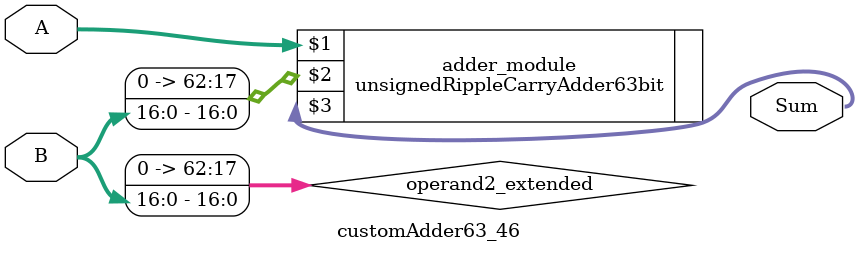
<source format=v>
module customAdder63_46(
                        input [62 : 0] A,
                        input [16 : 0] B,
                        
                        output [63 : 0] Sum
                );

        wire [62 : 0] operand2_extended;
        
        assign operand2_extended =  {46'b0, B};
        
        unsignedRippleCarryAdder63bit adder_module(
            A,
            operand2_extended,
            Sum
        );
        
        endmodule
        
</source>
